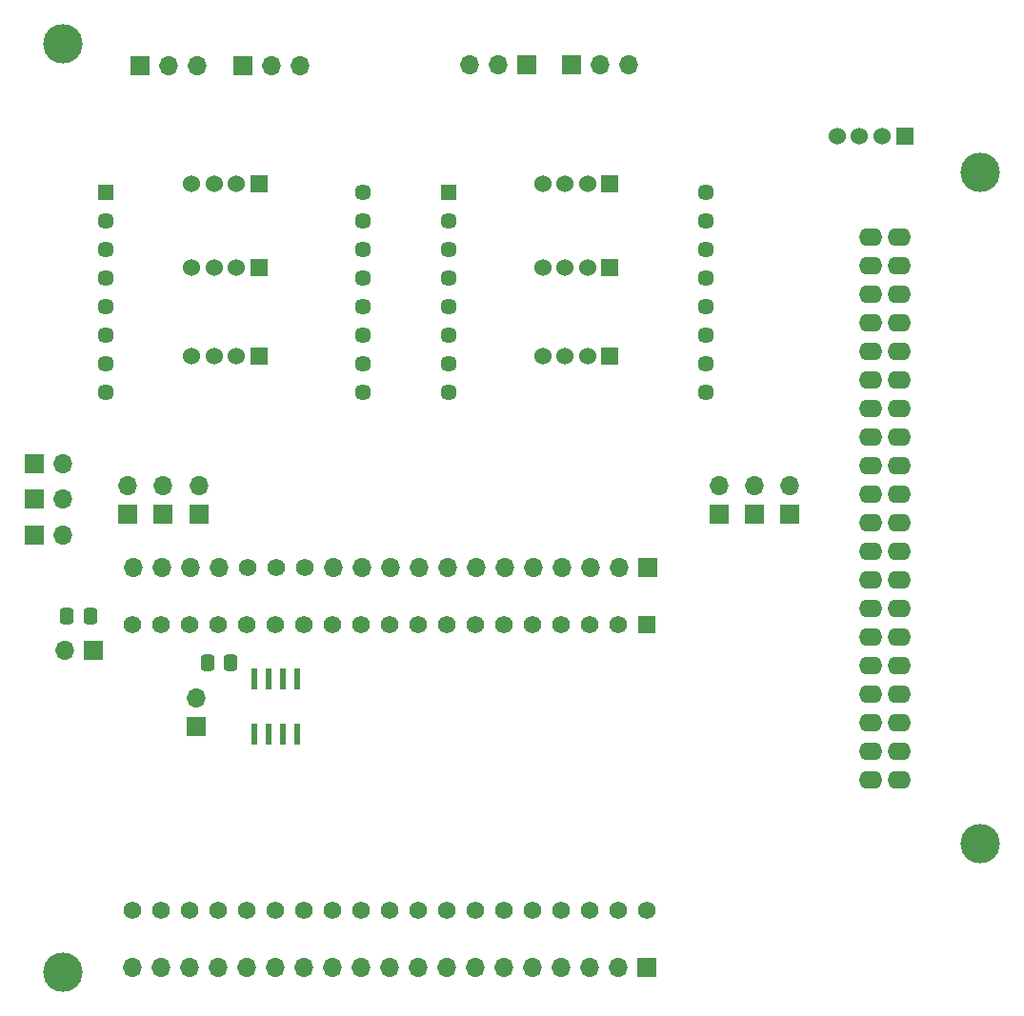
<source format=gbr>
%TF.GenerationSoftware,KiCad,Pcbnew,7.0.5-7.0.5~ubuntu22.04.1*%
%TF.CreationDate,2023-07-21T12:32:22+02:00*%
%TF.ProjectId,Board_ESP_MikroBus_V1,426f6172-645f-4455-9350-5f4d696b726f,rev?*%
%TF.SameCoordinates,Original*%
%TF.FileFunction,Soldermask,Top*%
%TF.FilePolarity,Negative*%
%FSLAX46Y46*%
G04 Gerber Fmt 4.6, Leading zero omitted, Abs format (unit mm)*
G04 Created by KiCad (PCBNEW 7.0.5-7.0.5~ubuntu22.04.1) date 2023-07-21 12:32:22*
%MOMM*%
%LPD*%
G01*
G04 APERTURE LIST*
G04 Aperture macros list*
%AMRoundRect*
0 Rectangle with rounded corners*
0 $1 Rounding radius*
0 $2 $3 $4 $5 $6 $7 $8 $9 X,Y pos of 4 corners*
0 Add a 4 corners polygon primitive as box body*
4,1,4,$2,$3,$4,$5,$6,$7,$8,$9,$2,$3,0*
0 Add four circle primitives for the rounded corners*
1,1,$1+$1,$2,$3*
1,1,$1+$1,$4,$5*
1,1,$1+$1,$6,$7*
1,1,$1+$1,$8,$9*
0 Add four rect primitives between the rounded corners*
20,1,$1+$1,$2,$3,$4,$5,0*
20,1,$1+$1,$4,$5,$6,$7,0*
20,1,$1+$1,$6,$7,$8,$9,0*
20,1,$1+$1,$8,$9,$2,$3,0*%
G04 Aperture macros list end*
%ADD10R,1.445000X1.445000*%
%ADD11C,1.445000*%
%ADD12R,1.700000X1.700000*%
%ADD13O,1.700000X1.700000*%
%ADD14C,1.560000*%
%ADD15R,1.524000X1.524000*%
%ADD16C,1.524000*%
%ADD17C,3.500000*%
%ADD18O,2.100000X1.600000*%
%ADD19RoundRect,0.250000X0.337500X0.475000X-0.337500X0.475000X-0.337500X-0.475000X0.337500X-0.475000X0*%
%ADD20R,0.532600X1.969999*%
%ADD21R,1.560000X1.560000*%
G04 APERTURE END LIST*
D10*
%TO.C,MiKroBus_0*%
X55697200Y-32890000D03*
D11*
X55697200Y-35430000D03*
X55697200Y-37970000D03*
X55697200Y-40510000D03*
X55697200Y-43050000D03*
X55697200Y-45590000D03*
X55697200Y-48130000D03*
X55697200Y-50670000D03*
X78557200Y-32890000D03*
X78557200Y-35430000D03*
X78557200Y-37970000D03*
X78557200Y-40510000D03*
X78557200Y-43050000D03*
X78557200Y-45590000D03*
X78557200Y-48130000D03*
X78557200Y-50670000D03*
%TD*%
D12*
%TO.C,J1*%
X73404600Y-66217800D03*
D13*
X70864600Y-66217800D03*
X68324600Y-66217800D03*
X65784600Y-66217800D03*
X63244600Y-66217800D03*
X60704600Y-66217800D03*
X58164600Y-66217800D03*
X55624600Y-66217800D03*
X53084600Y-66217800D03*
X50544600Y-66217800D03*
X48004600Y-66217800D03*
X45464600Y-66217800D03*
D14*
X42924600Y-66217800D03*
X40384600Y-66217800D03*
X37844600Y-66217800D03*
D13*
X35304600Y-66217800D03*
X32764600Y-66217800D03*
X30224600Y-66217800D03*
X27684600Y-66217800D03*
%TD*%
D12*
%TO.C,5V2*%
X18876549Y-60149839D03*
D13*
X21416549Y-60149839D03*
%TD*%
D12*
%TO.C,5V3*%
X18876549Y-57000239D03*
D13*
X21416549Y-57000239D03*
%TD*%
D15*
%TO.C,I2C5*%
X38869200Y-47498000D03*
D16*
X36869200Y-47498000D03*
X34869200Y-47498000D03*
X32869200Y-47498000D03*
%TD*%
D17*
%TO.C,REF\u002A\u002A*%
X21458000Y-19685000D03*
%TD*%
D12*
%TO.C,3.4*%
X79739949Y-61475639D03*
D13*
X79739949Y-58935639D03*
%TD*%
D12*
%TO.C,Jmp_Tx1*%
X37409200Y-21618400D03*
D13*
X39949200Y-21618400D03*
X42489200Y-21618400D03*
%TD*%
D18*
%TO.C,J3*%
X95759922Y-85137405D03*
X93219922Y-85137405D03*
X95759922Y-82597405D03*
X93219922Y-82597405D03*
X95759922Y-80057405D03*
X93219922Y-80057405D03*
X95759922Y-77517405D03*
X93219922Y-77517405D03*
X95759922Y-74977405D03*
X93219922Y-74977405D03*
X95759922Y-72437405D03*
X93219922Y-72437405D03*
X95759922Y-69897405D03*
X93219922Y-69897405D03*
X95759922Y-67357405D03*
X93219922Y-67357405D03*
X95759922Y-64817405D03*
X93219922Y-64817405D03*
X95759922Y-62277405D03*
X93219922Y-62277405D03*
X95759922Y-59737405D03*
X93219922Y-59737405D03*
X95759922Y-57197405D03*
X93219922Y-57197405D03*
X95759922Y-54657405D03*
X93219922Y-54657405D03*
X95759922Y-52117405D03*
X93219922Y-52117405D03*
X95759922Y-49577405D03*
X93219922Y-49577405D03*
X95759922Y-47037405D03*
X93219922Y-47037405D03*
X95759922Y-44497405D03*
X93219922Y-44497405D03*
X95759922Y-41957405D03*
X93219922Y-41957405D03*
X95759922Y-39417405D03*
X93219922Y-39417405D03*
X95759922Y-36877405D03*
X93219922Y-36877405D03*
%TD*%
D15*
%TO.C,I2C2*%
X70079200Y-39624000D03*
D16*
X68079200Y-39624000D03*
X66079200Y-39624000D03*
X64079200Y-39624000D03*
%TD*%
D12*
%TO.C,3.6*%
X86039149Y-61475639D03*
D13*
X86039149Y-58935639D03*
%TD*%
D19*
%TO.C,C3*%
X36347500Y-74755000D03*
X34272500Y-74755000D03*
%TD*%
D12*
%TO.C,3.1*%
X27210000Y-61475639D03*
D13*
X27210000Y-58935639D03*
%TD*%
D15*
%TO.C,I2C3*%
X70079200Y-32131000D03*
D16*
X68079200Y-32131000D03*
X66079200Y-32131000D03*
X64079200Y-32131000D03*
%TD*%
D19*
%TO.C,C2*%
X23879600Y-70605800D03*
X21804600Y-70605800D03*
%TD*%
D20*
%TO.C,CR1*%
X42310000Y-76149200D03*
X41040000Y-76149200D03*
X39770000Y-76149200D03*
X38500000Y-76149200D03*
X38500000Y-81076800D03*
X39770000Y-81076800D03*
X41040000Y-81076800D03*
X42310000Y-81076800D03*
%TD*%
D10*
%TO.C,MiKroBus_1*%
X25217200Y-32890000D03*
D11*
X25217200Y-35430000D03*
X25217200Y-37970000D03*
X25217200Y-40510000D03*
X25217200Y-43050000D03*
X25217200Y-45590000D03*
X25217200Y-48130000D03*
X25217200Y-50670000D03*
X48077200Y-32890000D03*
X48077200Y-35430000D03*
X48077200Y-37970000D03*
X48077200Y-40510000D03*
X48077200Y-43050000D03*
X48077200Y-45590000D03*
X48077200Y-48130000D03*
X48077200Y-50670000D03*
%TD*%
D17*
%TO.C,REF\u002A\u002A*%
X21458000Y-102235000D03*
%TD*%
D15*
%TO.C,UART0*%
X38869200Y-32131000D03*
D16*
X36869200Y-32131000D03*
X34869200Y-32131000D03*
X32869200Y-32131000D03*
%TD*%
D12*
%TO.C,JP1*%
X33318400Y-80370600D03*
D13*
X33318400Y-77830600D03*
%TD*%
D12*
%TO.C,3.5*%
X82889549Y-61475639D03*
D13*
X82889549Y-58935639D03*
%TD*%
D15*
%TO.C,IO_32/33*%
X96244964Y-27902006D03*
D16*
X94244964Y-27902006D03*
X92244964Y-27902006D03*
X90244964Y-27902006D03*
%TD*%
D12*
%TO.C,Jmp_Rx1*%
X28265200Y-21618400D03*
D13*
X30805200Y-21618400D03*
X33345200Y-21618400D03*
%TD*%
D17*
%TO.C,REF\u002A\u002A*%
X102992000Y-31115000D03*
%TD*%
D21*
%TO.C,U1*%
X73352600Y-71297800D03*
D14*
X70812600Y-71297800D03*
X68272600Y-71297800D03*
X65732600Y-71297800D03*
X63192600Y-71297800D03*
X60652600Y-71297800D03*
X58112600Y-71297800D03*
X55572600Y-71297800D03*
X53032600Y-71297800D03*
X50492600Y-71297800D03*
X47952600Y-71297800D03*
X45412600Y-71297800D03*
X42872600Y-71297800D03*
X40332600Y-71297800D03*
X37792600Y-71297800D03*
X35252600Y-71297800D03*
X32712600Y-71297800D03*
X30172600Y-71297800D03*
X27632600Y-71297800D03*
X73352600Y-96697800D03*
X70812600Y-96697800D03*
X68272600Y-96697800D03*
X65732600Y-96697800D03*
X63192600Y-96697800D03*
X60652600Y-96697800D03*
X58112600Y-96697800D03*
X55572600Y-96697800D03*
X53032600Y-96697800D03*
X50492600Y-96697800D03*
X47952600Y-96697800D03*
X45412600Y-96697800D03*
X42872600Y-96697800D03*
X40332600Y-96697800D03*
X37792600Y-96697800D03*
X35252600Y-96697800D03*
X32712600Y-96697800D03*
X30172600Y-96697800D03*
X27632600Y-96697800D03*
%TD*%
D12*
%TO.C,J2*%
X73367936Y-101799375D03*
D13*
X70827936Y-101799375D03*
X68287936Y-101799375D03*
X65747936Y-101799375D03*
X63207936Y-101799375D03*
X60667936Y-101799375D03*
X58127936Y-101799375D03*
X55587936Y-101799375D03*
X53047936Y-101799375D03*
X50507936Y-101799375D03*
X47967936Y-101799375D03*
X45427936Y-101799375D03*
X42887936Y-101799375D03*
X40347936Y-101799375D03*
X37807936Y-101799375D03*
X35267936Y-101799375D03*
X32727936Y-101799375D03*
X30187936Y-101799375D03*
X27647936Y-101799375D03*
%TD*%
D12*
%TO.C,5V1*%
X18871549Y-63350239D03*
D13*
X21411549Y-63350239D03*
%TD*%
D12*
%TO.C,C1*%
X24133600Y-73583800D03*
D13*
X21593600Y-73583800D03*
%TD*%
D15*
%TO.C,I2C4*%
X38869200Y-39624000D03*
D16*
X36869200Y-39624000D03*
X34869200Y-39624000D03*
X32869200Y-39624000D03*
%TD*%
D12*
%TO.C,Jmp_Rx2*%
X66614200Y-21570400D03*
D13*
X69154200Y-21570400D03*
X71694200Y-21570400D03*
%TD*%
D12*
%TO.C,3.3*%
X33560000Y-61475639D03*
D13*
X33560000Y-58935639D03*
%TD*%
D15*
%TO.C,I2C1*%
X70079200Y-47498000D03*
D16*
X68079200Y-47498000D03*
X66079200Y-47498000D03*
X64079200Y-47498000D03*
%TD*%
D17*
%TO.C,REF\u002A\u002A*%
X102992000Y-90805000D03*
%TD*%
D12*
%TO.C,3.2*%
X30359600Y-61475639D03*
D13*
X30359600Y-58935639D03*
%TD*%
D12*
%TO.C,Jmp_Tx2*%
X62694200Y-21570400D03*
D13*
X60154200Y-21570400D03*
X57614200Y-21570400D03*
%TD*%
M02*

</source>
